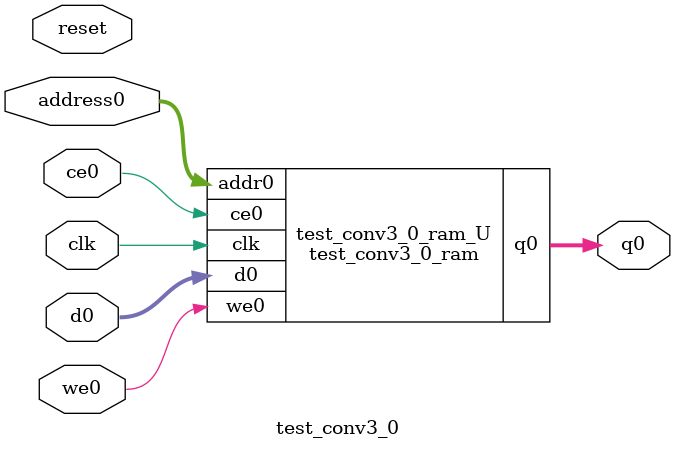
<source format=v>
`timescale 1 ns / 1 ps
module test_conv3_0_ram (addr0, ce0, d0, we0, q0,  clk);

parameter DWIDTH = 32;
parameter AWIDTH = 18;
parameter MEM_SIZE = 204800;

input[AWIDTH-1:0] addr0;
input ce0;
input[DWIDTH-1:0] d0;
input we0;
output reg[DWIDTH-1:0] q0;
input clk;

(* ram_style = "block" *)reg [DWIDTH-1:0] ram[0:MEM_SIZE-1];




always @(posedge clk)  
begin 
    if (ce0) begin
        if (we0) 
            ram[addr0] <= d0; 
        q0 <= ram[addr0];
    end
end


endmodule

`timescale 1 ns / 1 ps
module test_conv3_0(
    reset,
    clk,
    address0,
    ce0,
    we0,
    d0,
    q0);

parameter DataWidth = 32'd32;
parameter AddressRange = 32'd204800;
parameter AddressWidth = 32'd18;
input reset;
input clk;
input[AddressWidth - 1:0] address0;
input ce0;
input we0;
input[DataWidth - 1:0] d0;
output[DataWidth - 1:0] q0;



test_conv3_0_ram test_conv3_0_ram_U(
    .clk( clk ),
    .addr0( address0 ),
    .ce0( ce0 ),
    .we0( we0 ),
    .d0( d0 ),
    .q0( q0 ));

endmodule


</source>
